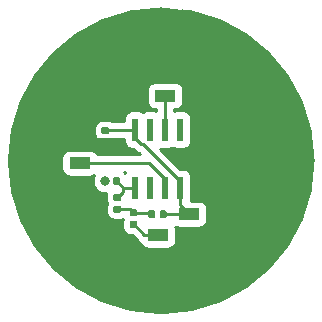
<source format=gtl>
G04 #@! TF.GenerationSoftware,KiCad,Pcbnew,(5.1.2)-2*
G04 #@! TF.CreationDate,2019-08-09T04:16:50-07:00*
G04 #@! TF.ProjectId,noncontact_electrode,6e6f6e63-6f6e-4746-9163-745f656c6563,rev?*
G04 #@! TF.SameCoordinates,Original*
G04 #@! TF.FileFunction,Copper,L1,Top*
G04 #@! TF.FilePolarity,Positive*
%FSLAX46Y46*%
G04 Gerber Fmt 4.6, Leading zero omitted, Abs format (unit mm)*
G04 Created by KiCad (PCBNEW (5.1.2)-2) date 2019-08-09 04:16:50*
%MOMM*%
%LPD*%
G04 APERTURE LIST*
%ADD10C,0.100000*%
%ADD11C,4.000000*%
%ADD12C,0.590000*%
%ADD13R,0.558800X1.981200*%
%ADD14R,1.800000X1.000000*%
%ADD15C,0.800000*%
%ADD16C,0.250000*%
%ADD17C,0.254000*%
G04 APERTURE END LIST*
D10*
G36*
X96393000Y-99060000D02*
G01*
X95631000Y-99314000D01*
X94488000Y-99314000D01*
X94107000Y-98552000D01*
X94361000Y-98044000D01*
X96266000Y-98044000D01*
X96393000Y-99060000D01*
G37*
X96393000Y-99060000D02*
X95631000Y-99314000D01*
X94488000Y-99314000D01*
X94107000Y-98552000D01*
X94361000Y-98044000D01*
X96266000Y-98044000D01*
X96393000Y-99060000D01*
D11*
X111000000Y-100000000D02*
G75*
G03X111000000Y-100000000I-11000000J0D01*
G01*
D10*
G36*
X100318958Y-104201710D02*
G01*
X100333276Y-104203834D01*
X100347317Y-104207351D01*
X100360946Y-104212228D01*
X100374031Y-104218417D01*
X100386447Y-104225858D01*
X100398073Y-104234481D01*
X100408798Y-104244202D01*
X100418519Y-104254927D01*
X100427142Y-104266553D01*
X100434583Y-104278969D01*
X100440772Y-104292054D01*
X100445649Y-104305683D01*
X100449166Y-104319724D01*
X100451290Y-104334042D01*
X100452000Y-104348500D01*
X100452000Y-104693500D01*
X100451290Y-104707958D01*
X100449166Y-104722276D01*
X100445649Y-104736317D01*
X100440772Y-104749946D01*
X100434583Y-104763031D01*
X100427142Y-104775447D01*
X100418519Y-104787073D01*
X100408798Y-104797798D01*
X100398073Y-104807519D01*
X100386447Y-104816142D01*
X100374031Y-104823583D01*
X100360946Y-104829772D01*
X100347317Y-104834649D01*
X100333276Y-104838166D01*
X100318958Y-104840290D01*
X100304500Y-104841000D01*
X100009500Y-104841000D01*
X99995042Y-104840290D01*
X99980724Y-104838166D01*
X99966683Y-104834649D01*
X99953054Y-104829772D01*
X99939969Y-104823583D01*
X99927553Y-104816142D01*
X99915927Y-104807519D01*
X99905202Y-104797798D01*
X99895481Y-104787073D01*
X99886858Y-104775447D01*
X99879417Y-104763031D01*
X99873228Y-104749946D01*
X99868351Y-104736317D01*
X99864834Y-104722276D01*
X99862710Y-104707958D01*
X99862000Y-104693500D01*
X99862000Y-104348500D01*
X99862710Y-104334042D01*
X99864834Y-104319724D01*
X99868351Y-104305683D01*
X99873228Y-104292054D01*
X99879417Y-104278969D01*
X99886858Y-104266553D01*
X99895481Y-104254927D01*
X99905202Y-104244202D01*
X99915927Y-104234481D01*
X99927553Y-104225858D01*
X99939969Y-104218417D01*
X99953054Y-104212228D01*
X99966683Y-104207351D01*
X99980724Y-104203834D01*
X99995042Y-104201710D01*
X100009500Y-104201000D01*
X100304500Y-104201000D01*
X100318958Y-104201710D01*
X100318958Y-104201710D01*
G37*
D12*
X100157000Y-104521000D03*
D10*
G36*
X99348958Y-104201710D02*
G01*
X99363276Y-104203834D01*
X99377317Y-104207351D01*
X99390946Y-104212228D01*
X99404031Y-104218417D01*
X99416447Y-104225858D01*
X99428073Y-104234481D01*
X99438798Y-104244202D01*
X99448519Y-104254927D01*
X99457142Y-104266553D01*
X99464583Y-104278969D01*
X99470772Y-104292054D01*
X99475649Y-104305683D01*
X99479166Y-104319724D01*
X99481290Y-104334042D01*
X99482000Y-104348500D01*
X99482000Y-104693500D01*
X99481290Y-104707958D01*
X99479166Y-104722276D01*
X99475649Y-104736317D01*
X99470772Y-104749946D01*
X99464583Y-104763031D01*
X99457142Y-104775447D01*
X99448519Y-104787073D01*
X99438798Y-104797798D01*
X99428073Y-104807519D01*
X99416447Y-104816142D01*
X99404031Y-104823583D01*
X99390946Y-104829772D01*
X99377317Y-104834649D01*
X99363276Y-104838166D01*
X99348958Y-104840290D01*
X99334500Y-104841000D01*
X99039500Y-104841000D01*
X99025042Y-104840290D01*
X99010724Y-104838166D01*
X98996683Y-104834649D01*
X98983054Y-104829772D01*
X98969969Y-104823583D01*
X98957553Y-104816142D01*
X98945927Y-104807519D01*
X98935202Y-104797798D01*
X98925481Y-104787073D01*
X98916858Y-104775447D01*
X98909417Y-104763031D01*
X98903228Y-104749946D01*
X98898351Y-104736317D01*
X98894834Y-104722276D01*
X98892710Y-104707958D01*
X98892000Y-104693500D01*
X98892000Y-104348500D01*
X98892710Y-104334042D01*
X98894834Y-104319724D01*
X98898351Y-104305683D01*
X98903228Y-104292054D01*
X98909417Y-104278969D01*
X98916858Y-104266553D01*
X98925481Y-104254927D01*
X98935202Y-104244202D01*
X98945927Y-104234481D01*
X98957553Y-104225858D01*
X98969969Y-104218417D01*
X98983054Y-104212228D01*
X98996683Y-104207351D01*
X99010724Y-104203834D01*
X99025042Y-104201710D01*
X99039500Y-104201000D01*
X99334500Y-104201000D01*
X99348958Y-104201710D01*
X99348958Y-104201710D01*
G37*
D12*
X99187000Y-104521000D03*
D13*
X97790000Y-97358200D03*
X99060000Y-97358200D03*
X100330000Y-97358200D03*
X101600000Y-97358200D03*
X101600000Y-102285800D03*
X100330000Y-102285800D03*
X99060000Y-102285800D03*
X97790000Y-102285800D03*
D14*
X93091000Y-100203000D03*
X100330000Y-94488000D03*
D10*
G36*
X97849958Y-105092710D02*
G01*
X97864276Y-105094834D01*
X97878317Y-105098351D01*
X97891946Y-105103228D01*
X97905031Y-105109417D01*
X97917447Y-105116858D01*
X97929073Y-105125481D01*
X97939798Y-105135202D01*
X97949519Y-105145927D01*
X97958142Y-105157553D01*
X97965583Y-105169969D01*
X97971772Y-105183054D01*
X97976649Y-105196683D01*
X97980166Y-105210724D01*
X97982290Y-105225042D01*
X97983000Y-105239500D01*
X97983000Y-105534500D01*
X97982290Y-105548958D01*
X97980166Y-105563276D01*
X97976649Y-105577317D01*
X97971772Y-105590946D01*
X97965583Y-105604031D01*
X97958142Y-105616447D01*
X97949519Y-105628073D01*
X97939798Y-105638798D01*
X97929073Y-105648519D01*
X97917447Y-105657142D01*
X97905031Y-105664583D01*
X97891946Y-105670772D01*
X97878317Y-105675649D01*
X97864276Y-105679166D01*
X97849958Y-105681290D01*
X97835500Y-105682000D01*
X97490500Y-105682000D01*
X97476042Y-105681290D01*
X97461724Y-105679166D01*
X97447683Y-105675649D01*
X97434054Y-105670772D01*
X97420969Y-105664583D01*
X97408553Y-105657142D01*
X97396927Y-105648519D01*
X97386202Y-105638798D01*
X97376481Y-105628073D01*
X97367858Y-105616447D01*
X97360417Y-105604031D01*
X97354228Y-105590946D01*
X97349351Y-105577317D01*
X97345834Y-105563276D01*
X97343710Y-105548958D01*
X97343000Y-105534500D01*
X97343000Y-105239500D01*
X97343710Y-105225042D01*
X97345834Y-105210724D01*
X97349351Y-105196683D01*
X97354228Y-105183054D01*
X97360417Y-105169969D01*
X97367858Y-105157553D01*
X97376481Y-105145927D01*
X97386202Y-105135202D01*
X97396927Y-105125481D01*
X97408553Y-105116858D01*
X97420969Y-105109417D01*
X97434054Y-105103228D01*
X97447683Y-105098351D01*
X97461724Y-105094834D01*
X97476042Y-105092710D01*
X97490500Y-105092000D01*
X97835500Y-105092000D01*
X97849958Y-105092710D01*
X97849958Y-105092710D01*
G37*
D12*
X97663000Y-105387000D03*
D10*
G36*
X97849958Y-104122710D02*
G01*
X97864276Y-104124834D01*
X97878317Y-104128351D01*
X97891946Y-104133228D01*
X97905031Y-104139417D01*
X97917447Y-104146858D01*
X97929073Y-104155481D01*
X97939798Y-104165202D01*
X97949519Y-104175927D01*
X97958142Y-104187553D01*
X97965583Y-104199969D01*
X97971772Y-104213054D01*
X97976649Y-104226683D01*
X97980166Y-104240724D01*
X97982290Y-104255042D01*
X97983000Y-104269500D01*
X97983000Y-104564500D01*
X97982290Y-104578958D01*
X97980166Y-104593276D01*
X97976649Y-104607317D01*
X97971772Y-104620946D01*
X97965583Y-104634031D01*
X97958142Y-104646447D01*
X97949519Y-104658073D01*
X97939798Y-104668798D01*
X97929073Y-104678519D01*
X97917447Y-104687142D01*
X97905031Y-104694583D01*
X97891946Y-104700772D01*
X97878317Y-104705649D01*
X97864276Y-104709166D01*
X97849958Y-104711290D01*
X97835500Y-104712000D01*
X97490500Y-104712000D01*
X97476042Y-104711290D01*
X97461724Y-104709166D01*
X97447683Y-104705649D01*
X97434054Y-104700772D01*
X97420969Y-104694583D01*
X97408553Y-104687142D01*
X97396927Y-104678519D01*
X97386202Y-104668798D01*
X97376481Y-104658073D01*
X97367858Y-104646447D01*
X97360417Y-104634031D01*
X97354228Y-104620946D01*
X97349351Y-104607317D01*
X97345834Y-104593276D01*
X97343710Y-104578958D01*
X97343000Y-104564500D01*
X97343000Y-104269500D01*
X97343710Y-104255042D01*
X97345834Y-104240724D01*
X97349351Y-104226683D01*
X97354228Y-104213054D01*
X97360417Y-104199969D01*
X97367858Y-104187553D01*
X97376481Y-104175927D01*
X97386202Y-104165202D01*
X97396927Y-104155481D01*
X97408553Y-104146858D01*
X97420969Y-104139417D01*
X97434054Y-104133228D01*
X97447683Y-104128351D01*
X97461724Y-104124834D01*
X97476042Y-104122710D01*
X97490500Y-104122000D01*
X97835500Y-104122000D01*
X97849958Y-104122710D01*
X97849958Y-104122710D01*
G37*
D12*
X97663000Y-104417000D03*
D10*
G36*
X96452958Y-103799710D02*
G01*
X96467276Y-103801834D01*
X96481317Y-103805351D01*
X96494946Y-103810228D01*
X96508031Y-103816417D01*
X96520447Y-103823858D01*
X96532073Y-103832481D01*
X96542798Y-103842202D01*
X96552519Y-103852927D01*
X96561142Y-103864553D01*
X96568583Y-103876969D01*
X96574772Y-103890054D01*
X96579649Y-103903683D01*
X96583166Y-103917724D01*
X96585290Y-103932042D01*
X96586000Y-103946500D01*
X96586000Y-104241500D01*
X96585290Y-104255958D01*
X96583166Y-104270276D01*
X96579649Y-104284317D01*
X96574772Y-104297946D01*
X96568583Y-104311031D01*
X96561142Y-104323447D01*
X96552519Y-104335073D01*
X96542798Y-104345798D01*
X96532073Y-104355519D01*
X96520447Y-104364142D01*
X96508031Y-104371583D01*
X96494946Y-104377772D01*
X96481317Y-104382649D01*
X96467276Y-104386166D01*
X96452958Y-104388290D01*
X96438500Y-104389000D01*
X96093500Y-104389000D01*
X96079042Y-104388290D01*
X96064724Y-104386166D01*
X96050683Y-104382649D01*
X96037054Y-104377772D01*
X96023969Y-104371583D01*
X96011553Y-104364142D01*
X95999927Y-104355519D01*
X95989202Y-104345798D01*
X95979481Y-104335073D01*
X95970858Y-104323447D01*
X95963417Y-104311031D01*
X95957228Y-104297946D01*
X95952351Y-104284317D01*
X95948834Y-104270276D01*
X95946710Y-104255958D01*
X95946000Y-104241500D01*
X95946000Y-103946500D01*
X95946710Y-103932042D01*
X95948834Y-103917724D01*
X95952351Y-103903683D01*
X95957228Y-103890054D01*
X95963417Y-103876969D01*
X95970858Y-103864553D01*
X95979481Y-103852927D01*
X95989202Y-103842202D01*
X95999927Y-103832481D01*
X96011553Y-103823858D01*
X96023969Y-103816417D01*
X96037054Y-103810228D01*
X96050683Y-103805351D01*
X96064724Y-103801834D01*
X96079042Y-103799710D01*
X96093500Y-103799000D01*
X96438500Y-103799000D01*
X96452958Y-103799710D01*
X96452958Y-103799710D01*
G37*
D12*
X96266000Y-104094000D03*
D10*
G36*
X96452958Y-102829710D02*
G01*
X96467276Y-102831834D01*
X96481317Y-102835351D01*
X96494946Y-102840228D01*
X96508031Y-102846417D01*
X96520447Y-102853858D01*
X96532073Y-102862481D01*
X96542798Y-102872202D01*
X96552519Y-102882927D01*
X96561142Y-102894553D01*
X96568583Y-102906969D01*
X96574772Y-102920054D01*
X96579649Y-102933683D01*
X96583166Y-102947724D01*
X96585290Y-102962042D01*
X96586000Y-102976500D01*
X96586000Y-103271500D01*
X96585290Y-103285958D01*
X96583166Y-103300276D01*
X96579649Y-103314317D01*
X96574772Y-103327946D01*
X96568583Y-103341031D01*
X96561142Y-103353447D01*
X96552519Y-103365073D01*
X96542798Y-103375798D01*
X96532073Y-103385519D01*
X96520447Y-103394142D01*
X96508031Y-103401583D01*
X96494946Y-103407772D01*
X96481317Y-103412649D01*
X96467276Y-103416166D01*
X96452958Y-103418290D01*
X96438500Y-103419000D01*
X96093500Y-103419000D01*
X96079042Y-103418290D01*
X96064724Y-103416166D01*
X96050683Y-103412649D01*
X96037054Y-103407772D01*
X96023969Y-103401583D01*
X96011553Y-103394142D01*
X95999927Y-103385519D01*
X95989202Y-103375798D01*
X95979481Y-103365073D01*
X95970858Y-103353447D01*
X95963417Y-103341031D01*
X95957228Y-103327946D01*
X95952351Y-103314317D01*
X95948834Y-103300276D01*
X95946710Y-103285958D01*
X95946000Y-103271500D01*
X95946000Y-102976500D01*
X95946710Y-102962042D01*
X95948834Y-102947724D01*
X95952351Y-102933683D01*
X95957228Y-102920054D01*
X95963417Y-102906969D01*
X95970858Y-102894553D01*
X95979481Y-102882927D01*
X95989202Y-102872202D01*
X95999927Y-102862481D01*
X96011553Y-102853858D01*
X96023969Y-102846417D01*
X96037054Y-102840228D01*
X96050683Y-102835351D01*
X96064724Y-102831834D01*
X96079042Y-102829710D01*
X96093500Y-102829000D01*
X96438500Y-102829000D01*
X96452958Y-102829710D01*
X96452958Y-102829710D01*
G37*
D12*
X96266000Y-103124000D03*
D10*
G36*
X95436958Y-98130710D02*
G01*
X95451276Y-98132834D01*
X95465317Y-98136351D01*
X95478946Y-98141228D01*
X95492031Y-98147417D01*
X95504447Y-98154858D01*
X95516073Y-98163481D01*
X95526798Y-98173202D01*
X95536519Y-98183927D01*
X95545142Y-98195553D01*
X95552583Y-98207969D01*
X95558772Y-98221054D01*
X95563649Y-98234683D01*
X95567166Y-98248724D01*
X95569290Y-98263042D01*
X95570000Y-98277500D01*
X95570000Y-98572500D01*
X95569290Y-98586958D01*
X95567166Y-98601276D01*
X95563649Y-98615317D01*
X95558772Y-98628946D01*
X95552583Y-98642031D01*
X95545142Y-98654447D01*
X95536519Y-98666073D01*
X95526798Y-98676798D01*
X95516073Y-98686519D01*
X95504447Y-98695142D01*
X95492031Y-98702583D01*
X95478946Y-98708772D01*
X95465317Y-98713649D01*
X95451276Y-98717166D01*
X95436958Y-98719290D01*
X95422500Y-98720000D01*
X95077500Y-98720000D01*
X95063042Y-98719290D01*
X95048724Y-98717166D01*
X95034683Y-98713649D01*
X95021054Y-98708772D01*
X95007969Y-98702583D01*
X94995553Y-98695142D01*
X94983927Y-98686519D01*
X94973202Y-98676798D01*
X94963481Y-98666073D01*
X94954858Y-98654447D01*
X94947417Y-98642031D01*
X94941228Y-98628946D01*
X94936351Y-98615317D01*
X94932834Y-98601276D01*
X94930710Y-98586958D01*
X94930000Y-98572500D01*
X94930000Y-98277500D01*
X94930710Y-98263042D01*
X94932834Y-98248724D01*
X94936351Y-98234683D01*
X94941228Y-98221054D01*
X94947417Y-98207969D01*
X94954858Y-98195553D01*
X94963481Y-98183927D01*
X94973202Y-98173202D01*
X94983927Y-98163481D01*
X94995553Y-98154858D01*
X95007969Y-98147417D01*
X95021054Y-98141228D01*
X95034683Y-98136351D01*
X95048724Y-98132834D01*
X95063042Y-98130710D01*
X95077500Y-98130000D01*
X95422500Y-98130000D01*
X95436958Y-98130710D01*
X95436958Y-98130710D01*
G37*
D12*
X95250000Y-98425000D03*
D10*
G36*
X95436958Y-97160710D02*
G01*
X95451276Y-97162834D01*
X95465317Y-97166351D01*
X95478946Y-97171228D01*
X95492031Y-97177417D01*
X95504447Y-97184858D01*
X95516073Y-97193481D01*
X95526798Y-97203202D01*
X95536519Y-97213927D01*
X95545142Y-97225553D01*
X95552583Y-97237969D01*
X95558772Y-97251054D01*
X95563649Y-97264683D01*
X95567166Y-97278724D01*
X95569290Y-97293042D01*
X95570000Y-97307500D01*
X95570000Y-97602500D01*
X95569290Y-97616958D01*
X95567166Y-97631276D01*
X95563649Y-97645317D01*
X95558772Y-97658946D01*
X95552583Y-97672031D01*
X95545142Y-97684447D01*
X95536519Y-97696073D01*
X95526798Y-97706798D01*
X95516073Y-97716519D01*
X95504447Y-97725142D01*
X95492031Y-97732583D01*
X95478946Y-97738772D01*
X95465317Y-97743649D01*
X95451276Y-97747166D01*
X95436958Y-97749290D01*
X95422500Y-97750000D01*
X95077500Y-97750000D01*
X95063042Y-97749290D01*
X95048724Y-97747166D01*
X95034683Y-97743649D01*
X95021054Y-97738772D01*
X95007969Y-97732583D01*
X94995553Y-97725142D01*
X94983927Y-97716519D01*
X94973202Y-97706798D01*
X94963481Y-97696073D01*
X94954858Y-97684447D01*
X94947417Y-97672031D01*
X94941228Y-97658946D01*
X94936351Y-97645317D01*
X94932834Y-97631276D01*
X94930710Y-97616958D01*
X94930000Y-97602500D01*
X94930000Y-97307500D01*
X94930710Y-97293042D01*
X94932834Y-97278724D01*
X94936351Y-97264683D01*
X94941228Y-97251054D01*
X94947417Y-97237969D01*
X94954858Y-97225553D01*
X94963481Y-97213927D01*
X94973202Y-97203202D01*
X94983927Y-97193481D01*
X94995553Y-97184858D01*
X95007969Y-97177417D01*
X95021054Y-97171228D01*
X95034683Y-97166351D01*
X95048724Y-97162834D01*
X95063042Y-97160710D01*
X95077500Y-97160000D01*
X95422500Y-97160000D01*
X95436958Y-97160710D01*
X95436958Y-97160710D01*
G37*
D12*
X95250000Y-97455000D03*
D14*
X102362000Y-104521000D03*
X99695000Y-106299000D03*
D10*
G36*
X95411958Y-101407710D02*
G01*
X95426276Y-101409834D01*
X95440317Y-101413351D01*
X95453946Y-101418228D01*
X95467031Y-101424417D01*
X95479447Y-101431858D01*
X95491073Y-101440481D01*
X95501798Y-101450202D01*
X95511519Y-101460927D01*
X95520142Y-101472553D01*
X95527583Y-101484969D01*
X95533772Y-101498054D01*
X95538649Y-101511683D01*
X95542166Y-101525724D01*
X95544290Y-101540042D01*
X95545000Y-101554500D01*
X95545000Y-101899500D01*
X95544290Y-101913958D01*
X95542166Y-101928276D01*
X95538649Y-101942317D01*
X95533772Y-101955946D01*
X95527583Y-101969031D01*
X95520142Y-101981447D01*
X95511519Y-101993073D01*
X95501798Y-102003798D01*
X95491073Y-102013519D01*
X95479447Y-102022142D01*
X95467031Y-102029583D01*
X95453946Y-102035772D01*
X95440317Y-102040649D01*
X95426276Y-102044166D01*
X95411958Y-102046290D01*
X95397500Y-102047000D01*
X95102500Y-102047000D01*
X95088042Y-102046290D01*
X95073724Y-102044166D01*
X95059683Y-102040649D01*
X95046054Y-102035772D01*
X95032969Y-102029583D01*
X95020553Y-102022142D01*
X95008927Y-102013519D01*
X94998202Y-102003798D01*
X94988481Y-101993073D01*
X94979858Y-101981447D01*
X94972417Y-101969031D01*
X94966228Y-101955946D01*
X94961351Y-101942317D01*
X94957834Y-101928276D01*
X94955710Y-101913958D01*
X94955000Y-101899500D01*
X94955000Y-101554500D01*
X94955710Y-101540042D01*
X94957834Y-101525724D01*
X94961351Y-101511683D01*
X94966228Y-101498054D01*
X94972417Y-101484969D01*
X94979858Y-101472553D01*
X94988481Y-101460927D01*
X94998202Y-101450202D01*
X95008927Y-101440481D01*
X95020553Y-101431858D01*
X95032969Y-101424417D01*
X95046054Y-101418228D01*
X95059683Y-101413351D01*
X95073724Y-101409834D01*
X95088042Y-101407710D01*
X95102500Y-101407000D01*
X95397500Y-101407000D01*
X95411958Y-101407710D01*
X95411958Y-101407710D01*
G37*
D12*
X95250000Y-101727000D03*
D10*
G36*
X96381958Y-101407710D02*
G01*
X96396276Y-101409834D01*
X96410317Y-101413351D01*
X96423946Y-101418228D01*
X96437031Y-101424417D01*
X96449447Y-101431858D01*
X96461073Y-101440481D01*
X96471798Y-101450202D01*
X96481519Y-101460927D01*
X96490142Y-101472553D01*
X96497583Y-101484969D01*
X96503772Y-101498054D01*
X96508649Y-101511683D01*
X96512166Y-101525724D01*
X96514290Y-101540042D01*
X96515000Y-101554500D01*
X96515000Y-101899500D01*
X96514290Y-101913958D01*
X96512166Y-101928276D01*
X96508649Y-101942317D01*
X96503772Y-101955946D01*
X96497583Y-101969031D01*
X96490142Y-101981447D01*
X96481519Y-101993073D01*
X96471798Y-102003798D01*
X96461073Y-102013519D01*
X96449447Y-102022142D01*
X96437031Y-102029583D01*
X96423946Y-102035772D01*
X96410317Y-102040649D01*
X96396276Y-102044166D01*
X96381958Y-102046290D01*
X96367500Y-102047000D01*
X96072500Y-102047000D01*
X96058042Y-102046290D01*
X96043724Y-102044166D01*
X96029683Y-102040649D01*
X96016054Y-102035772D01*
X96002969Y-102029583D01*
X95990553Y-102022142D01*
X95978927Y-102013519D01*
X95968202Y-102003798D01*
X95958481Y-101993073D01*
X95949858Y-101981447D01*
X95942417Y-101969031D01*
X95936228Y-101955946D01*
X95931351Y-101942317D01*
X95927834Y-101928276D01*
X95925710Y-101913958D01*
X95925000Y-101899500D01*
X95925000Y-101554500D01*
X95925710Y-101540042D01*
X95927834Y-101525724D01*
X95931351Y-101511683D01*
X95936228Y-101498054D01*
X95942417Y-101484969D01*
X95949858Y-101472553D01*
X95958481Y-101460927D01*
X95968202Y-101450202D01*
X95978927Y-101440481D01*
X95990553Y-101431858D01*
X96002969Y-101424417D01*
X96016054Y-101418228D01*
X96029683Y-101413351D01*
X96043724Y-101409834D01*
X96058042Y-101407710D01*
X96072500Y-101407000D01*
X96367500Y-101407000D01*
X96381958Y-101407710D01*
X96381958Y-101407710D01*
G37*
D12*
X96220000Y-101727000D03*
D15*
X88011000Y-99822000D03*
X88083228Y-101326024D03*
X88343390Y-102809135D03*
X88787384Y-104247945D03*
X89408207Y-105619762D03*
X90196069Y-106902952D03*
X91138546Y-108077279D03*
X92220772Y-109124222D03*
X93425682Y-110027270D03*
X94734273Y-110772183D03*
X96125907Y-111347212D03*
X97578638Y-111743288D03*
X99069556Y-111954166D03*
X100575147Y-111976519D03*
X102071667Y-111809996D03*
X103535517Y-111457222D03*
X104943609Y-110923760D03*
X106273737Y-110218025D03*
X107504925Y-109351145D03*
X108617755Y-108336792D03*
X109594679Y-107190962D03*
X110420289Y-105931727D03*
X111081564Y-104578945D03*
X111568077Y-103153951D03*
X111872154Y-101679217D03*
X111989000Y-100178000D03*
X111916772Y-98673976D03*
X111656610Y-97190865D03*
X111212616Y-95752055D03*
X110591793Y-94380238D03*
X109803931Y-93097048D03*
X108861454Y-91922721D03*
X107779228Y-90875778D03*
X106574318Y-89972730D03*
X105265727Y-89227817D03*
X103874093Y-88652788D03*
X102421362Y-88256712D03*
X100930444Y-88045834D03*
X99424853Y-88023481D03*
X97928333Y-88190004D03*
X96464483Y-88542778D03*
X95056391Y-89076240D03*
X93726263Y-89781975D03*
X92495075Y-90648855D03*
X91382245Y-91663208D03*
X90405321Y-92809038D03*
X89579711Y-94068273D03*
X88918436Y-95421055D03*
X88431923Y-96846049D03*
X88127846Y-98320783D03*
X95250000Y-101727000D03*
D16*
X96778800Y-102285800D02*
X96220000Y-101727000D01*
X97790000Y-102285800D02*
X96778800Y-102285800D01*
X96778800Y-102611200D02*
X96266000Y-103124000D01*
X96778800Y-102285800D02*
X96778800Y-102611200D01*
X100330000Y-96117600D02*
X100330000Y-94488000D01*
X100330000Y-97358200D02*
X100330000Y-96117600D01*
X100330000Y-101574600D02*
X100330000Y-102285800D01*
X98958400Y-100203000D02*
X100330000Y-101574600D01*
X93091000Y-100203000D02*
X98958400Y-100203000D01*
X100157000Y-104521000D02*
X102362000Y-104521000D01*
X101600000Y-103759000D02*
X102362000Y-104521000D01*
X101600000Y-102285800D02*
X101600000Y-103759000D01*
X95346800Y-97358200D02*
X95250000Y-97455000D01*
X97790000Y-97358200D02*
X95346800Y-97358200D01*
X97790000Y-98069400D02*
X97790000Y-97358200D01*
X98319400Y-98598800D02*
X97790000Y-98069400D01*
X98445598Y-98598800D02*
X98319400Y-98598800D01*
X101600000Y-101753202D02*
X98445598Y-98598800D01*
X101600000Y-102285800D02*
X101600000Y-101753202D01*
X97340000Y-104094000D02*
X97663000Y-104417000D01*
X96266000Y-104094000D02*
X97340000Y-104094000D01*
X99083000Y-104417000D02*
X99187000Y-104521000D01*
X97663000Y-104417000D02*
X99083000Y-104417000D01*
X97663000Y-105387000D02*
X98575000Y-106299000D01*
X98575000Y-106299000D02*
X99695000Y-106299000D01*
D17*
G36*
X100270670Y-88849771D02*
G01*
X100440188Y-88963039D01*
X100628546Y-89041060D01*
X100828505Y-89080834D01*
X101032383Y-89080834D01*
X101232342Y-89041060D01*
X101420700Y-88963039D01*
X101578209Y-88857795D01*
X101617425Y-88916486D01*
X101761588Y-89060649D01*
X101931106Y-89173917D01*
X102119464Y-89251938D01*
X102319423Y-89291712D01*
X102523301Y-89291712D01*
X102723260Y-89251938D01*
X102911618Y-89173917D01*
X102957177Y-89143476D01*
X103070156Y-89312562D01*
X103214319Y-89456725D01*
X103383837Y-89569993D01*
X103572195Y-89648014D01*
X103772154Y-89687788D01*
X103976032Y-89687788D01*
X104175991Y-89648014D01*
X104298485Y-89597275D01*
X104348522Y-89718073D01*
X104461790Y-89887591D01*
X104605953Y-90031754D01*
X104775471Y-90145022D01*
X104963829Y-90223043D01*
X105163788Y-90262817D01*
X105367666Y-90262817D01*
X105567625Y-90223043D01*
X105568739Y-90222581D01*
X105579092Y-90274628D01*
X105657113Y-90462986D01*
X105770381Y-90632504D01*
X105914544Y-90776667D01*
X106084062Y-90889935D01*
X106272420Y-90967956D01*
X106472379Y-91007730D01*
X106676257Y-91007730D01*
X106747384Y-90993582D01*
X106784002Y-91177676D01*
X106862023Y-91366034D01*
X106975291Y-91535552D01*
X107119454Y-91679715D01*
X107288972Y-91792983D01*
X107477330Y-91871004D01*
X107677289Y-91910778D01*
X107826454Y-91910778D01*
X107826454Y-92024660D01*
X107866228Y-92224619D01*
X107944249Y-92412977D01*
X108057517Y-92582495D01*
X108201680Y-92726658D01*
X108371198Y-92839926D01*
X108559556Y-92917947D01*
X108759515Y-92957721D01*
X108776368Y-92957721D01*
X108768931Y-92995109D01*
X108768931Y-93198987D01*
X108808705Y-93398946D01*
X108886726Y-93587304D01*
X108999994Y-93756822D01*
X109144157Y-93900985D01*
X109313675Y-94014253D01*
X109502033Y-94092274D01*
X109590303Y-94109832D01*
X109556793Y-94278299D01*
X109556793Y-94482177D01*
X109596567Y-94682136D01*
X109674588Y-94870494D01*
X109787856Y-95040012D01*
X109932019Y-95184175D01*
X110101537Y-95297443D01*
X110254416Y-95360768D01*
X110217390Y-95450157D01*
X110177616Y-95650116D01*
X110177616Y-95853994D01*
X110217390Y-96053953D01*
X110295411Y-96242311D01*
X110408679Y-96411829D01*
X110552842Y-96555992D01*
X110722360Y-96669260D01*
X110752116Y-96681585D01*
X110739405Y-96700609D01*
X110661384Y-96888967D01*
X110621610Y-97088926D01*
X110621610Y-97292804D01*
X110661384Y-97492763D01*
X110739405Y-97681121D01*
X110852673Y-97850639D01*
X110996836Y-97994802D01*
X111085993Y-98054374D01*
X110999567Y-98183720D01*
X110921546Y-98372078D01*
X110881772Y-98572037D01*
X110881772Y-98775915D01*
X110921546Y-98975874D01*
X110999567Y-99164232D01*
X111112835Y-99333750D01*
X111241187Y-99462102D01*
X111185063Y-99518226D01*
X111071795Y-99687744D01*
X110993774Y-99876102D01*
X110954000Y-100076061D01*
X110954000Y-100279939D01*
X110993774Y-100479898D01*
X111071795Y-100668256D01*
X111185063Y-100837774D01*
X111218488Y-100871199D01*
X111212380Y-100875280D01*
X111068217Y-101019443D01*
X110954949Y-101188961D01*
X110876928Y-101377319D01*
X110837154Y-101577278D01*
X110837154Y-101781156D01*
X110876928Y-101981115D01*
X110954949Y-102169473D01*
X111023950Y-102272741D01*
X110908303Y-102350014D01*
X110764140Y-102494177D01*
X110650872Y-102663695D01*
X110572851Y-102852053D01*
X110533077Y-103052012D01*
X110533077Y-103255890D01*
X110572851Y-103455849D01*
X110648348Y-103638113D01*
X110591308Y-103661740D01*
X110421790Y-103775008D01*
X110277627Y-103919171D01*
X110164359Y-104088689D01*
X110086338Y-104277047D01*
X110046564Y-104477006D01*
X110046564Y-104680884D01*
X110086338Y-104880843D01*
X110110710Y-104939682D01*
X109930033Y-105014522D01*
X109760515Y-105127790D01*
X109616352Y-105271953D01*
X109503084Y-105441471D01*
X109425063Y-105629829D01*
X109385289Y-105829788D01*
X109385289Y-106033666D01*
X109412779Y-106171867D01*
X109292781Y-106195736D01*
X109104423Y-106273757D01*
X108934905Y-106387025D01*
X108790742Y-106531188D01*
X108677474Y-106700706D01*
X108599453Y-106889064D01*
X108559679Y-107089023D01*
X108559679Y-107265818D01*
X108525650Y-107301792D01*
X108515816Y-107301792D01*
X108315857Y-107341566D01*
X108127499Y-107419587D01*
X107957981Y-107532855D01*
X107813818Y-107677018D01*
X107700550Y-107846536D01*
X107622529Y-108034894D01*
X107582755Y-108234853D01*
X107582755Y-108298567D01*
X107566127Y-108316145D01*
X107402986Y-108316145D01*
X107203027Y-108355919D01*
X107014669Y-108433940D01*
X106845151Y-108547208D01*
X106700988Y-108691371D01*
X106587720Y-108860889D01*
X106509699Y-109049247D01*
X106479001Y-109203577D01*
X106375676Y-109183025D01*
X106171798Y-109183025D01*
X105971839Y-109222799D01*
X105783481Y-109300820D01*
X105613963Y-109414088D01*
X105469800Y-109558251D01*
X105356532Y-109727769D01*
X105278511Y-109916127D01*
X105273719Y-109940220D01*
X105245507Y-109928534D01*
X105045548Y-109888760D01*
X104841670Y-109888760D01*
X104641711Y-109928534D01*
X104453353Y-110006555D01*
X104283835Y-110119823D01*
X104139672Y-110263986D01*
X104026404Y-110433504D01*
X103988653Y-110524641D01*
X103837415Y-110461996D01*
X103637456Y-110422222D01*
X103433578Y-110422222D01*
X103233619Y-110461996D01*
X103045261Y-110540017D01*
X102875743Y-110653285D01*
X102731580Y-110797448D01*
X102635171Y-110941734D01*
X102561923Y-110892791D01*
X102373565Y-110814770D01*
X102173606Y-110774996D01*
X101969728Y-110774996D01*
X101769769Y-110814770D01*
X101581411Y-110892791D01*
X101411893Y-111006059D01*
X101267730Y-111150222D01*
X101245632Y-111183293D01*
X101234921Y-111172582D01*
X101065403Y-111059314D01*
X100877045Y-110981293D01*
X100677086Y-110941519D01*
X100473208Y-110941519D01*
X100273249Y-110981293D01*
X100084891Y-111059314D01*
X99915373Y-111172582D01*
X99833528Y-111254427D01*
X99729330Y-111150229D01*
X99559812Y-111036961D01*
X99371454Y-110958940D01*
X99171495Y-110919166D01*
X98967617Y-110919166D01*
X98767658Y-110958940D01*
X98579300Y-111036961D01*
X98421791Y-111142205D01*
X98382575Y-111083514D01*
X98238412Y-110939351D01*
X98068894Y-110826083D01*
X97880536Y-110748062D01*
X97680577Y-110708288D01*
X97476699Y-110708288D01*
X97276740Y-110748062D01*
X97088382Y-110826083D01*
X97042823Y-110856524D01*
X96929844Y-110687438D01*
X96785681Y-110543275D01*
X96616163Y-110430007D01*
X96427805Y-110351986D01*
X96227846Y-110312212D01*
X96023968Y-110312212D01*
X95824009Y-110351986D01*
X95701515Y-110402725D01*
X95651478Y-110281927D01*
X95538210Y-110112409D01*
X95394047Y-109968246D01*
X95224529Y-109854978D01*
X95036171Y-109776957D01*
X94836212Y-109737183D01*
X94632334Y-109737183D01*
X94432375Y-109776957D01*
X94431261Y-109777419D01*
X94420908Y-109725372D01*
X94342887Y-109537014D01*
X94229619Y-109367496D01*
X94085456Y-109223333D01*
X93915938Y-109110065D01*
X93727580Y-109032044D01*
X93527621Y-108992270D01*
X93323743Y-108992270D01*
X93252616Y-109006418D01*
X93215998Y-108822324D01*
X93137977Y-108633966D01*
X93024709Y-108464448D01*
X92880546Y-108320285D01*
X92711028Y-108207017D01*
X92522670Y-108128996D01*
X92322711Y-108089222D01*
X92173546Y-108089222D01*
X92173546Y-107975340D01*
X92133772Y-107775381D01*
X92055751Y-107587023D01*
X91942483Y-107417505D01*
X91798320Y-107273342D01*
X91628802Y-107160074D01*
X91440444Y-107082053D01*
X91240485Y-107042279D01*
X91223632Y-107042279D01*
X91231069Y-107004891D01*
X91231069Y-106801013D01*
X91191295Y-106601054D01*
X91113274Y-106412696D01*
X91000006Y-106243178D01*
X90855843Y-106099015D01*
X90686325Y-105985747D01*
X90497967Y-105907726D01*
X90409697Y-105890168D01*
X90443207Y-105721701D01*
X90443207Y-105517823D01*
X90403433Y-105317864D01*
X90325412Y-105129506D01*
X90212144Y-104959988D01*
X90067981Y-104815825D01*
X89898463Y-104702557D01*
X89745584Y-104639232D01*
X89782610Y-104549843D01*
X89822384Y-104349884D01*
X89822384Y-104146006D01*
X89782610Y-103946047D01*
X89704589Y-103757689D01*
X89591321Y-103588171D01*
X89447158Y-103444008D01*
X89277640Y-103330740D01*
X89247884Y-103318415D01*
X89260595Y-103299391D01*
X89338616Y-103111033D01*
X89378390Y-102911074D01*
X89378390Y-102707196D01*
X89338616Y-102507237D01*
X89260595Y-102318879D01*
X89147327Y-102149361D01*
X89003164Y-102005198D01*
X88914007Y-101945626D01*
X89000433Y-101816280D01*
X89078454Y-101627922D01*
X89118228Y-101427963D01*
X89118228Y-101224085D01*
X89078454Y-101024126D01*
X89000433Y-100835768D01*
X88887165Y-100666250D01*
X88758813Y-100537898D01*
X88814937Y-100481774D01*
X88928205Y-100312256D01*
X89006226Y-100123898D01*
X89046000Y-99923939D01*
X89046000Y-99720061D01*
X89042607Y-99703000D01*
X91552928Y-99703000D01*
X91552928Y-100703000D01*
X91565188Y-100827482D01*
X91601498Y-100947180D01*
X91660463Y-101057494D01*
X91739815Y-101154185D01*
X91836506Y-101233537D01*
X91946820Y-101292502D01*
X92066518Y-101328812D01*
X92191000Y-101341072D01*
X93991000Y-101341072D01*
X94115482Y-101328812D01*
X94235180Y-101292502D01*
X94330890Y-101241343D01*
X94254774Y-101425102D01*
X94215000Y-101625061D01*
X94215000Y-101828939D01*
X94254774Y-102028898D01*
X94332795Y-102217256D01*
X94446063Y-102386774D01*
X94590226Y-102530937D01*
X94759744Y-102644205D01*
X94948102Y-102722226D01*
X95148061Y-102762000D01*
X95341601Y-102762000D01*
X95323023Y-102823243D01*
X95307928Y-102976500D01*
X95307928Y-103271500D01*
X95323023Y-103424757D01*
X95367726Y-103572125D01*
X95387436Y-103609000D01*
X95367726Y-103645875D01*
X95323023Y-103793243D01*
X95307928Y-103946500D01*
X95307928Y-104241500D01*
X95323023Y-104394757D01*
X95367726Y-104542125D01*
X95440321Y-104677940D01*
X95538017Y-104796983D01*
X95657060Y-104894679D01*
X95792875Y-104967274D01*
X95940243Y-105011977D01*
X96093500Y-105027072D01*
X96438500Y-105027072D01*
X96591757Y-105011977D01*
X96739125Y-104967274D01*
X96759399Y-104956438D01*
X96720023Y-105086243D01*
X96704928Y-105239500D01*
X96704928Y-105534500D01*
X96720023Y-105687757D01*
X96764726Y-105835125D01*
X96837321Y-105970940D01*
X96935017Y-106089983D01*
X97054060Y-106187679D01*
X97189875Y-106260274D01*
X97337243Y-106304977D01*
X97490500Y-106320072D01*
X97521271Y-106320072D01*
X98011201Y-106810003D01*
X98034999Y-106839001D01*
X98150724Y-106933974D01*
X98176560Y-106947784D01*
X98205498Y-107043180D01*
X98264463Y-107153494D01*
X98343815Y-107250185D01*
X98440506Y-107329537D01*
X98550820Y-107388502D01*
X98670518Y-107424812D01*
X98795000Y-107437072D01*
X100595000Y-107437072D01*
X100719482Y-107424812D01*
X100839180Y-107388502D01*
X100949494Y-107329537D01*
X101046185Y-107250185D01*
X101125537Y-107153494D01*
X101184502Y-107043180D01*
X101220812Y-106923482D01*
X101233072Y-106799000D01*
X101233072Y-105799000D01*
X101220812Y-105674518D01*
X101198214Y-105600022D01*
X101217820Y-105610502D01*
X101337518Y-105646812D01*
X101462000Y-105659072D01*
X103262000Y-105659072D01*
X103386482Y-105646812D01*
X103506180Y-105610502D01*
X103616494Y-105551537D01*
X103713185Y-105472185D01*
X103792537Y-105375494D01*
X103851502Y-105265180D01*
X103887812Y-105145482D01*
X103900072Y-105021000D01*
X103900072Y-104021000D01*
X103887812Y-103896518D01*
X103851502Y-103776820D01*
X103792537Y-103666506D01*
X103713185Y-103569815D01*
X103616494Y-103490463D01*
X103506180Y-103431498D01*
X103386482Y-103395188D01*
X103262000Y-103382928D01*
X102506980Y-103382928D01*
X102517472Y-103276400D01*
X102517472Y-101295200D01*
X102505212Y-101170718D01*
X102468902Y-101051020D01*
X102409937Y-100940706D01*
X102330585Y-100844015D01*
X102233894Y-100764663D01*
X102123580Y-100705698D01*
X102003882Y-100669388D01*
X101879400Y-100657128D01*
X101578728Y-100657128D01*
X99883189Y-98961590D01*
X99926118Y-98974612D01*
X100050600Y-98986872D01*
X100609400Y-98986872D01*
X100733882Y-98974612D01*
X100853580Y-98938302D01*
X100963894Y-98879337D01*
X100965000Y-98878429D01*
X100966106Y-98879337D01*
X101076420Y-98938302D01*
X101196118Y-98974612D01*
X101320600Y-98986872D01*
X101879400Y-98986872D01*
X102003882Y-98974612D01*
X102123580Y-98938302D01*
X102233894Y-98879337D01*
X102330585Y-98799985D01*
X102409937Y-98703294D01*
X102468902Y-98592980D01*
X102505212Y-98473282D01*
X102517472Y-98348800D01*
X102517472Y-96367600D01*
X102505212Y-96243118D01*
X102468902Y-96123420D01*
X102409937Y-96013106D01*
X102330585Y-95916415D01*
X102233894Y-95837063D01*
X102123580Y-95778098D01*
X102003882Y-95741788D01*
X101879400Y-95729528D01*
X101320600Y-95729528D01*
X101196118Y-95741788D01*
X101090000Y-95773979D01*
X101090000Y-95626072D01*
X101230000Y-95626072D01*
X101354482Y-95613812D01*
X101474180Y-95577502D01*
X101584494Y-95518537D01*
X101681185Y-95439185D01*
X101760537Y-95342494D01*
X101819502Y-95232180D01*
X101855812Y-95112482D01*
X101868072Y-94988000D01*
X101868072Y-93988000D01*
X101855812Y-93863518D01*
X101819502Y-93743820D01*
X101760537Y-93633506D01*
X101681185Y-93536815D01*
X101584494Y-93457463D01*
X101474180Y-93398498D01*
X101354482Y-93362188D01*
X101230000Y-93349928D01*
X99430000Y-93349928D01*
X99305518Y-93362188D01*
X99185820Y-93398498D01*
X99075506Y-93457463D01*
X98978815Y-93536815D01*
X98899463Y-93633506D01*
X98840498Y-93743820D01*
X98804188Y-93863518D01*
X98791928Y-93988000D01*
X98791928Y-94988000D01*
X98804188Y-95112482D01*
X98840498Y-95232180D01*
X98899463Y-95342494D01*
X98978815Y-95439185D01*
X99075506Y-95518537D01*
X99185820Y-95577502D01*
X99305518Y-95613812D01*
X99430000Y-95626072D01*
X99570000Y-95626072D01*
X99570000Y-95773979D01*
X99463882Y-95741788D01*
X99339400Y-95729528D01*
X98780600Y-95729528D01*
X98656118Y-95741788D01*
X98536420Y-95778098D01*
X98426106Y-95837063D01*
X98425000Y-95837971D01*
X98423894Y-95837063D01*
X98313580Y-95778098D01*
X98193882Y-95741788D01*
X98069400Y-95729528D01*
X97510600Y-95729528D01*
X97386118Y-95741788D01*
X97266420Y-95778098D01*
X97156106Y-95837063D01*
X97059415Y-95916415D01*
X96980063Y-96013106D01*
X96921098Y-96123420D01*
X96884788Y-96243118D01*
X96872528Y-96367600D01*
X96872528Y-96598200D01*
X95753946Y-96598200D01*
X95723125Y-96581726D01*
X95575757Y-96537023D01*
X95422500Y-96521928D01*
X95077500Y-96521928D01*
X94924243Y-96537023D01*
X94776875Y-96581726D01*
X94641060Y-96654321D01*
X94522017Y-96752017D01*
X94424321Y-96871060D01*
X94351726Y-97006875D01*
X94307023Y-97154243D01*
X94291928Y-97307500D01*
X94291928Y-97602500D01*
X94307023Y-97755757D01*
X94351726Y-97903125D01*
X94371436Y-97940000D01*
X94351726Y-97976875D01*
X94307023Y-98124243D01*
X94291928Y-98277500D01*
X94291928Y-98572500D01*
X94307023Y-98725757D01*
X94351726Y-98873125D01*
X94424321Y-99008940D01*
X94522017Y-99127983D01*
X94641060Y-99225679D01*
X94776875Y-99298274D01*
X94924243Y-99342977D01*
X95077500Y-99358072D01*
X95422500Y-99358072D01*
X95575757Y-99342977D01*
X95723125Y-99298274D01*
X95858940Y-99225679D01*
X95977983Y-99127983D01*
X96075679Y-99008940D01*
X96148274Y-98873125D01*
X96192977Y-98725757D01*
X96208072Y-98572500D01*
X96208072Y-98277500D01*
X96192977Y-98124243D01*
X96191144Y-98118200D01*
X96872528Y-98118200D01*
X96872528Y-98348800D01*
X96884788Y-98473282D01*
X96921098Y-98592980D01*
X96980063Y-98703294D01*
X97059415Y-98799985D01*
X97156106Y-98879337D01*
X97266420Y-98938302D01*
X97386118Y-98974612D01*
X97510600Y-98986872D01*
X97632670Y-98986872D01*
X97755600Y-99109802D01*
X97779399Y-99138801D01*
X97895124Y-99233774D01*
X98027153Y-99304346D01*
X98097761Y-99325764D01*
X98214997Y-99443000D01*
X94572046Y-99443000D01*
X94521537Y-99348506D01*
X94442185Y-99251815D01*
X94345494Y-99172463D01*
X94235180Y-99113498D01*
X94115482Y-99077188D01*
X93991000Y-99064928D01*
X92191000Y-99064928D01*
X92066518Y-99077188D01*
X91946820Y-99113498D01*
X91836506Y-99172463D01*
X91739815Y-99251815D01*
X91660463Y-99348506D01*
X91601498Y-99458820D01*
X91565188Y-99578518D01*
X91552928Y-99703000D01*
X89042607Y-99703000D01*
X89006226Y-99520102D01*
X88928205Y-99331744D01*
X88814937Y-99162226D01*
X88781512Y-99128801D01*
X88787620Y-99124720D01*
X88931783Y-98980557D01*
X89045051Y-98811039D01*
X89123072Y-98622681D01*
X89162846Y-98422722D01*
X89162846Y-98218844D01*
X89123072Y-98018885D01*
X89045051Y-97830527D01*
X88976050Y-97727259D01*
X89091697Y-97649986D01*
X89235860Y-97505823D01*
X89349128Y-97336305D01*
X89427149Y-97147947D01*
X89466923Y-96947988D01*
X89466923Y-96744110D01*
X89427149Y-96544151D01*
X89351652Y-96361887D01*
X89408692Y-96338260D01*
X89578210Y-96224992D01*
X89722373Y-96080829D01*
X89835641Y-95911311D01*
X89913662Y-95722953D01*
X89953436Y-95522994D01*
X89953436Y-95319116D01*
X89913662Y-95119157D01*
X89889290Y-95060318D01*
X90069967Y-94985478D01*
X90239485Y-94872210D01*
X90383648Y-94728047D01*
X90496916Y-94558529D01*
X90574937Y-94370171D01*
X90614711Y-94170212D01*
X90614711Y-93966334D01*
X90587221Y-93828133D01*
X90707219Y-93804264D01*
X90895577Y-93726243D01*
X91065095Y-93612975D01*
X91209258Y-93468812D01*
X91322526Y-93299294D01*
X91400547Y-93110936D01*
X91440321Y-92910977D01*
X91440321Y-92707099D01*
X91438552Y-92698208D01*
X91484184Y-92698208D01*
X91684143Y-92658434D01*
X91872501Y-92580413D01*
X92042019Y-92467145D01*
X92186182Y-92322982D01*
X92299450Y-92153464D01*
X92377471Y-91965106D01*
X92417245Y-91765147D01*
X92417245Y-91683855D01*
X92597014Y-91683855D01*
X92796973Y-91644081D01*
X92985331Y-91566060D01*
X93154849Y-91452792D01*
X93299012Y-91308629D01*
X93412280Y-91139111D01*
X93490301Y-90950753D01*
X93520999Y-90796423D01*
X93624324Y-90816975D01*
X93828202Y-90816975D01*
X94028161Y-90777201D01*
X94216519Y-90699180D01*
X94386037Y-90585912D01*
X94530200Y-90441749D01*
X94643468Y-90272231D01*
X94721489Y-90083873D01*
X94726281Y-90059780D01*
X94754493Y-90071466D01*
X94954452Y-90111240D01*
X95158330Y-90111240D01*
X95358289Y-90071466D01*
X95546647Y-89993445D01*
X95716165Y-89880177D01*
X95860328Y-89736014D01*
X95973596Y-89566496D01*
X96011347Y-89475359D01*
X96162585Y-89538004D01*
X96362544Y-89577778D01*
X96566422Y-89577778D01*
X96766381Y-89538004D01*
X96954739Y-89459983D01*
X97124257Y-89346715D01*
X97268420Y-89202552D01*
X97364829Y-89058266D01*
X97438077Y-89107209D01*
X97626435Y-89185230D01*
X97826394Y-89225004D01*
X98030272Y-89225004D01*
X98230231Y-89185230D01*
X98418589Y-89107209D01*
X98588107Y-88993941D01*
X98732270Y-88849778D01*
X98754368Y-88816707D01*
X98765079Y-88827418D01*
X98934597Y-88940686D01*
X99122955Y-89018707D01*
X99322914Y-89058481D01*
X99526792Y-89058481D01*
X99726751Y-89018707D01*
X99915109Y-88940686D01*
X100084627Y-88827418D01*
X100166472Y-88745573D01*
X100270670Y-88849771D01*
X100270670Y-88849771D01*
G37*
X100270670Y-88849771D02*
X100440188Y-88963039D01*
X100628546Y-89041060D01*
X100828505Y-89080834D01*
X101032383Y-89080834D01*
X101232342Y-89041060D01*
X101420700Y-88963039D01*
X101578209Y-88857795D01*
X101617425Y-88916486D01*
X101761588Y-89060649D01*
X101931106Y-89173917D01*
X102119464Y-89251938D01*
X102319423Y-89291712D01*
X102523301Y-89291712D01*
X102723260Y-89251938D01*
X102911618Y-89173917D01*
X102957177Y-89143476D01*
X103070156Y-89312562D01*
X103214319Y-89456725D01*
X103383837Y-89569993D01*
X103572195Y-89648014D01*
X103772154Y-89687788D01*
X103976032Y-89687788D01*
X104175991Y-89648014D01*
X104298485Y-89597275D01*
X104348522Y-89718073D01*
X104461790Y-89887591D01*
X104605953Y-90031754D01*
X104775471Y-90145022D01*
X104963829Y-90223043D01*
X105163788Y-90262817D01*
X105367666Y-90262817D01*
X105567625Y-90223043D01*
X105568739Y-90222581D01*
X105579092Y-90274628D01*
X105657113Y-90462986D01*
X105770381Y-90632504D01*
X105914544Y-90776667D01*
X106084062Y-90889935D01*
X106272420Y-90967956D01*
X106472379Y-91007730D01*
X106676257Y-91007730D01*
X106747384Y-90993582D01*
X106784002Y-91177676D01*
X106862023Y-91366034D01*
X106975291Y-91535552D01*
X107119454Y-91679715D01*
X107288972Y-91792983D01*
X107477330Y-91871004D01*
X107677289Y-91910778D01*
X107826454Y-91910778D01*
X107826454Y-92024660D01*
X107866228Y-92224619D01*
X107944249Y-92412977D01*
X108057517Y-92582495D01*
X108201680Y-92726658D01*
X108371198Y-92839926D01*
X108559556Y-92917947D01*
X108759515Y-92957721D01*
X108776368Y-92957721D01*
X108768931Y-92995109D01*
X108768931Y-93198987D01*
X108808705Y-93398946D01*
X108886726Y-93587304D01*
X108999994Y-93756822D01*
X109144157Y-93900985D01*
X109313675Y-94014253D01*
X109502033Y-94092274D01*
X109590303Y-94109832D01*
X109556793Y-94278299D01*
X109556793Y-94482177D01*
X109596567Y-94682136D01*
X109674588Y-94870494D01*
X109787856Y-95040012D01*
X109932019Y-95184175D01*
X110101537Y-95297443D01*
X110254416Y-95360768D01*
X110217390Y-95450157D01*
X110177616Y-95650116D01*
X110177616Y-95853994D01*
X110217390Y-96053953D01*
X110295411Y-96242311D01*
X110408679Y-96411829D01*
X110552842Y-96555992D01*
X110722360Y-96669260D01*
X110752116Y-96681585D01*
X110739405Y-96700609D01*
X110661384Y-96888967D01*
X110621610Y-97088926D01*
X110621610Y-97292804D01*
X110661384Y-97492763D01*
X110739405Y-97681121D01*
X110852673Y-97850639D01*
X110996836Y-97994802D01*
X111085993Y-98054374D01*
X110999567Y-98183720D01*
X110921546Y-98372078D01*
X110881772Y-98572037D01*
X110881772Y-98775915D01*
X110921546Y-98975874D01*
X110999567Y-99164232D01*
X111112835Y-99333750D01*
X111241187Y-99462102D01*
X111185063Y-99518226D01*
X111071795Y-99687744D01*
X110993774Y-99876102D01*
X110954000Y-100076061D01*
X110954000Y-100279939D01*
X110993774Y-100479898D01*
X111071795Y-100668256D01*
X111185063Y-100837774D01*
X111218488Y-100871199D01*
X111212380Y-100875280D01*
X111068217Y-101019443D01*
X110954949Y-101188961D01*
X110876928Y-101377319D01*
X110837154Y-101577278D01*
X110837154Y-101781156D01*
X110876928Y-101981115D01*
X110954949Y-102169473D01*
X111023950Y-102272741D01*
X110908303Y-102350014D01*
X110764140Y-102494177D01*
X110650872Y-102663695D01*
X110572851Y-102852053D01*
X110533077Y-103052012D01*
X110533077Y-103255890D01*
X110572851Y-103455849D01*
X110648348Y-103638113D01*
X110591308Y-103661740D01*
X110421790Y-103775008D01*
X110277627Y-103919171D01*
X110164359Y-104088689D01*
X110086338Y-104277047D01*
X110046564Y-104477006D01*
X110046564Y-104680884D01*
X110086338Y-104880843D01*
X110110710Y-104939682D01*
X109930033Y-105014522D01*
X109760515Y-105127790D01*
X109616352Y-105271953D01*
X109503084Y-105441471D01*
X109425063Y-105629829D01*
X109385289Y-105829788D01*
X109385289Y-106033666D01*
X109412779Y-106171867D01*
X109292781Y-106195736D01*
X109104423Y-106273757D01*
X108934905Y-106387025D01*
X108790742Y-106531188D01*
X108677474Y-106700706D01*
X108599453Y-106889064D01*
X108559679Y-107089023D01*
X108559679Y-107265818D01*
X108525650Y-107301792D01*
X108515816Y-107301792D01*
X108315857Y-107341566D01*
X108127499Y-107419587D01*
X107957981Y-107532855D01*
X107813818Y-107677018D01*
X107700550Y-107846536D01*
X107622529Y-108034894D01*
X107582755Y-108234853D01*
X107582755Y-108298567D01*
X107566127Y-108316145D01*
X107402986Y-108316145D01*
X107203027Y-108355919D01*
X107014669Y-108433940D01*
X106845151Y-108547208D01*
X106700988Y-108691371D01*
X106587720Y-108860889D01*
X106509699Y-109049247D01*
X106479001Y-109203577D01*
X106375676Y-109183025D01*
X106171798Y-109183025D01*
X105971839Y-109222799D01*
X105783481Y-109300820D01*
X105613963Y-109414088D01*
X105469800Y-109558251D01*
X105356532Y-109727769D01*
X105278511Y-109916127D01*
X105273719Y-109940220D01*
X105245507Y-109928534D01*
X105045548Y-109888760D01*
X104841670Y-109888760D01*
X104641711Y-109928534D01*
X104453353Y-110006555D01*
X104283835Y-110119823D01*
X104139672Y-110263986D01*
X104026404Y-110433504D01*
X103988653Y-110524641D01*
X103837415Y-110461996D01*
X103637456Y-110422222D01*
X103433578Y-110422222D01*
X103233619Y-110461996D01*
X103045261Y-110540017D01*
X102875743Y-110653285D01*
X102731580Y-110797448D01*
X102635171Y-110941734D01*
X102561923Y-110892791D01*
X102373565Y-110814770D01*
X102173606Y-110774996D01*
X101969728Y-110774996D01*
X101769769Y-110814770D01*
X101581411Y-110892791D01*
X101411893Y-111006059D01*
X101267730Y-111150222D01*
X101245632Y-111183293D01*
X101234921Y-111172582D01*
X101065403Y-111059314D01*
X100877045Y-110981293D01*
X100677086Y-110941519D01*
X100473208Y-110941519D01*
X100273249Y-110981293D01*
X100084891Y-111059314D01*
X99915373Y-111172582D01*
X99833528Y-111254427D01*
X99729330Y-111150229D01*
X99559812Y-111036961D01*
X99371454Y-110958940D01*
X99171495Y-110919166D01*
X98967617Y-110919166D01*
X98767658Y-110958940D01*
X98579300Y-111036961D01*
X98421791Y-111142205D01*
X98382575Y-111083514D01*
X98238412Y-110939351D01*
X98068894Y-110826083D01*
X97880536Y-110748062D01*
X97680577Y-110708288D01*
X97476699Y-110708288D01*
X97276740Y-110748062D01*
X97088382Y-110826083D01*
X97042823Y-110856524D01*
X96929844Y-110687438D01*
X96785681Y-110543275D01*
X96616163Y-110430007D01*
X96427805Y-110351986D01*
X96227846Y-110312212D01*
X96023968Y-110312212D01*
X95824009Y-110351986D01*
X95701515Y-110402725D01*
X95651478Y-110281927D01*
X95538210Y-110112409D01*
X95394047Y-109968246D01*
X95224529Y-109854978D01*
X95036171Y-109776957D01*
X94836212Y-109737183D01*
X94632334Y-109737183D01*
X94432375Y-109776957D01*
X94431261Y-109777419D01*
X94420908Y-109725372D01*
X94342887Y-109537014D01*
X94229619Y-109367496D01*
X94085456Y-109223333D01*
X93915938Y-109110065D01*
X93727580Y-109032044D01*
X93527621Y-108992270D01*
X93323743Y-108992270D01*
X93252616Y-109006418D01*
X93215998Y-108822324D01*
X93137977Y-108633966D01*
X93024709Y-108464448D01*
X92880546Y-108320285D01*
X92711028Y-108207017D01*
X92522670Y-108128996D01*
X92322711Y-108089222D01*
X92173546Y-108089222D01*
X92173546Y-107975340D01*
X92133772Y-107775381D01*
X92055751Y-107587023D01*
X91942483Y-107417505D01*
X91798320Y-107273342D01*
X91628802Y-107160074D01*
X91440444Y-107082053D01*
X91240485Y-107042279D01*
X91223632Y-107042279D01*
X91231069Y-107004891D01*
X91231069Y-106801013D01*
X91191295Y-106601054D01*
X91113274Y-106412696D01*
X91000006Y-106243178D01*
X90855843Y-106099015D01*
X90686325Y-105985747D01*
X90497967Y-105907726D01*
X90409697Y-105890168D01*
X90443207Y-105721701D01*
X90443207Y-105517823D01*
X90403433Y-105317864D01*
X90325412Y-105129506D01*
X90212144Y-104959988D01*
X90067981Y-104815825D01*
X89898463Y-104702557D01*
X89745584Y-104639232D01*
X89782610Y-104549843D01*
X89822384Y-104349884D01*
X89822384Y-104146006D01*
X89782610Y-103946047D01*
X89704589Y-103757689D01*
X89591321Y-103588171D01*
X89447158Y-103444008D01*
X89277640Y-103330740D01*
X89247884Y-103318415D01*
X89260595Y-103299391D01*
X89338616Y-103111033D01*
X89378390Y-102911074D01*
X89378390Y-102707196D01*
X89338616Y-102507237D01*
X89260595Y-102318879D01*
X89147327Y-102149361D01*
X89003164Y-102005198D01*
X88914007Y-101945626D01*
X89000433Y-101816280D01*
X89078454Y-101627922D01*
X89118228Y-101427963D01*
X89118228Y-101224085D01*
X89078454Y-101024126D01*
X89000433Y-100835768D01*
X88887165Y-100666250D01*
X88758813Y-100537898D01*
X88814937Y-100481774D01*
X88928205Y-100312256D01*
X89006226Y-100123898D01*
X89046000Y-99923939D01*
X89046000Y-99720061D01*
X89042607Y-99703000D01*
X91552928Y-99703000D01*
X91552928Y-100703000D01*
X91565188Y-100827482D01*
X91601498Y-100947180D01*
X91660463Y-101057494D01*
X91739815Y-101154185D01*
X91836506Y-101233537D01*
X91946820Y-101292502D01*
X92066518Y-101328812D01*
X92191000Y-101341072D01*
X93991000Y-101341072D01*
X94115482Y-101328812D01*
X94235180Y-101292502D01*
X94330890Y-101241343D01*
X94254774Y-101425102D01*
X94215000Y-101625061D01*
X94215000Y-101828939D01*
X94254774Y-102028898D01*
X94332795Y-102217256D01*
X94446063Y-102386774D01*
X94590226Y-102530937D01*
X94759744Y-102644205D01*
X94948102Y-102722226D01*
X95148061Y-102762000D01*
X95341601Y-102762000D01*
X95323023Y-102823243D01*
X95307928Y-102976500D01*
X95307928Y-103271500D01*
X95323023Y-103424757D01*
X95367726Y-103572125D01*
X95387436Y-103609000D01*
X95367726Y-103645875D01*
X95323023Y-103793243D01*
X95307928Y-103946500D01*
X95307928Y-104241500D01*
X95323023Y-104394757D01*
X95367726Y-104542125D01*
X95440321Y-104677940D01*
X95538017Y-104796983D01*
X95657060Y-104894679D01*
X95792875Y-104967274D01*
X95940243Y-105011977D01*
X96093500Y-105027072D01*
X96438500Y-105027072D01*
X96591757Y-105011977D01*
X96739125Y-104967274D01*
X96759399Y-104956438D01*
X96720023Y-105086243D01*
X96704928Y-105239500D01*
X96704928Y-105534500D01*
X96720023Y-105687757D01*
X96764726Y-105835125D01*
X96837321Y-105970940D01*
X96935017Y-106089983D01*
X97054060Y-106187679D01*
X97189875Y-106260274D01*
X97337243Y-106304977D01*
X97490500Y-106320072D01*
X97521271Y-106320072D01*
X98011201Y-106810003D01*
X98034999Y-106839001D01*
X98150724Y-106933974D01*
X98176560Y-106947784D01*
X98205498Y-107043180D01*
X98264463Y-107153494D01*
X98343815Y-107250185D01*
X98440506Y-107329537D01*
X98550820Y-107388502D01*
X98670518Y-107424812D01*
X98795000Y-107437072D01*
X100595000Y-107437072D01*
X100719482Y-107424812D01*
X100839180Y-107388502D01*
X100949494Y-107329537D01*
X101046185Y-107250185D01*
X101125537Y-107153494D01*
X101184502Y-107043180D01*
X101220812Y-106923482D01*
X101233072Y-106799000D01*
X101233072Y-105799000D01*
X101220812Y-105674518D01*
X101198214Y-105600022D01*
X101217820Y-105610502D01*
X101337518Y-105646812D01*
X101462000Y-105659072D01*
X103262000Y-105659072D01*
X103386482Y-105646812D01*
X103506180Y-105610502D01*
X103616494Y-105551537D01*
X103713185Y-105472185D01*
X103792537Y-105375494D01*
X103851502Y-105265180D01*
X103887812Y-105145482D01*
X103900072Y-105021000D01*
X103900072Y-104021000D01*
X103887812Y-103896518D01*
X103851502Y-103776820D01*
X103792537Y-103666506D01*
X103713185Y-103569815D01*
X103616494Y-103490463D01*
X103506180Y-103431498D01*
X103386482Y-103395188D01*
X103262000Y-103382928D01*
X102506980Y-103382928D01*
X102517472Y-103276400D01*
X102517472Y-101295200D01*
X102505212Y-101170718D01*
X102468902Y-101051020D01*
X102409937Y-100940706D01*
X102330585Y-100844015D01*
X102233894Y-100764663D01*
X102123580Y-100705698D01*
X102003882Y-100669388D01*
X101879400Y-100657128D01*
X101578728Y-100657128D01*
X99883189Y-98961590D01*
X99926118Y-98974612D01*
X100050600Y-98986872D01*
X100609400Y-98986872D01*
X100733882Y-98974612D01*
X100853580Y-98938302D01*
X100963894Y-98879337D01*
X100965000Y-98878429D01*
X100966106Y-98879337D01*
X101076420Y-98938302D01*
X101196118Y-98974612D01*
X101320600Y-98986872D01*
X101879400Y-98986872D01*
X102003882Y-98974612D01*
X102123580Y-98938302D01*
X102233894Y-98879337D01*
X102330585Y-98799985D01*
X102409937Y-98703294D01*
X102468902Y-98592980D01*
X102505212Y-98473282D01*
X102517472Y-98348800D01*
X102517472Y-96367600D01*
X102505212Y-96243118D01*
X102468902Y-96123420D01*
X102409937Y-96013106D01*
X102330585Y-95916415D01*
X102233894Y-95837063D01*
X102123580Y-95778098D01*
X102003882Y-95741788D01*
X101879400Y-95729528D01*
X101320600Y-95729528D01*
X101196118Y-95741788D01*
X101090000Y-95773979D01*
X101090000Y-95626072D01*
X101230000Y-95626072D01*
X101354482Y-95613812D01*
X101474180Y-95577502D01*
X101584494Y-95518537D01*
X101681185Y-95439185D01*
X101760537Y-95342494D01*
X101819502Y-95232180D01*
X101855812Y-95112482D01*
X101868072Y-94988000D01*
X101868072Y-93988000D01*
X101855812Y-93863518D01*
X101819502Y-93743820D01*
X101760537Y-93633506D01*
X101681185Y-93536815D01*
X101584494Y-93457463D01*
X101474180Y-93398498D01*
X101354482Y-93362188D01*
X101230000Y-93349928D01*
X99430000Y-93349928D01*
X99305518Y-93362188D01*
X99185820Y-93398498D01*
X99075506Y-93457463D01*
X98978815Y-93536815D01*
X98899463Y-93633506D01*
X98840498Y-93743820D01*
X98804188Y-93863518D01*
X98791928Y-93988000D01*
X98791928Y-94988000D01*
X98804188Y-95112482D01*
X98840498Y-95232180D01*
X98899463Y-95342494D01*
X98978815Y-95439185D01*
X99075506Y-95518537D01*
X99185820Y-95577502D01*
X99305518Y-95613812D01*
X99430000Y-95626072D01*
X99570000Y-95626072D01*
X99570000Y-95773979D01*
X99463882Y-95741788D01*
X99339400Y-95729528D01*
X98780600Y-95729528D01*
X98656118Y-95741788D01*
X98536420Y-95778098D01*
X98426106Y-95837063D01*
X98425000Y-95837971D01*
X98423894Y-95837063D01*
X98313580Y-95778098D01*
X98193882Y-95741788D01*
X98069400Y-95729528D01*
X97510600Y-95729528D01*
X97386118Y-95741788D01*
X97266420Y-95778098D01*
X97156106Y-95837063D01*
X97059415Y-95916415D01*
X96980063Y-96013106D01*
X96921098Y-96123420D01*
X96884788Y-96243118D01*
X96872528Y-96367600D01*
X96872528Y-96598200D01*
X95753946Y-96598200D01*
X95723125Y-96581726D01*
X95575757Y-96537023D01*
X95422500Y-96521928D01*
X95077500Y-96521928D01*
X94924243Y-96537023D01*
X94776875Y-96581726D01*
X94641060Y-96654321D01*
X94522017Y-96752017D01*
X94424321Y-96871060D01*
X94351726Y-97006875D01*
X94307023Y-97154243D01*
X94291928Y-97307500D01*
X94291928Y-97602500D01*
X94307023Y-97755757D01*
X94351726Y-97903125D01*
X94371436Y-97940000D01*
X94351726Y-97976875D01*
X94307023Y-98124243D01*
X94291928Y-98277500D01*
X94291928Y-98572500D01*
X94307023Y-98725757D01*
X94351726Y-98873125D01*
X94424321Y-99008940D01*
X94522017Y-99127983D01*
X94641060Y-99225679D01*
X94776875Y-99298274D01*
X94924243Y-99342977D01*
X95077500Y-99358072D01*
X95422500Y-99358072D01*
X95575757Y-99342977D01*
X95723125Y-99298274D01*
X95858940Y-99225679D01*
X95977983Y-99127983D01*
X96075679Y-99008940D01*
X96148274Y-98873125D01*
X96192977Y-98725757D01*
X96208072Y-98572500D01*
X96208072Y-98277500D01*
X96192977Y-98124243D01*
X96191144Y-98118200D01*
X96872528Y-98118200D01*
X96872528Y-98348800D01*
X96884788Y-98473282D01*
X96921098Y-98592980D01*
X96980063Y-98703294D01*
X97059415Y-98799985D01*
X97156106Y-98879337D01*
X97266420Y-98938302D01*
X97386118Y-98974612D01*
X97510600Y-98986872D01*
X97632670Y-98986872D01*
X97755600Y-99109802D01*
X97779399Y-99138801D01*
X97895124Y-99233774D01*
X98027153Y-99304346D01*
X98097761Y-99325764D01*
X98214997Y-99443000D01*
X94572046Y-99443000D01*
X94521537Y-99348506D01*
X94442185Y-99251815D01*
X94345494Y-99172463D01*
X94235180Y-99113498D01*
X94115482Y-99077188D01*
X93991000Y-99064928D01*
X92191000Y-99064928D01*
X92066518Y-99077188D01*
X91946820Y-99113498D01*
X91836506Y-99172463D01*
X91739815Y-99251815D01*
X91660463Y-99348506D01*
X91601498Y-99458820D01*
X91565188Y-99578518D01*
X91552928Y-99703000D01*
X89042607Y-99703000D01*
X89006226Y-99520102D01*
X88928205Y-99331744D01*
X88814937Y-99162226D01*
X88781512Y-99128801D01*
X88787620Y-99124720D01*
X88931783Y-98980557D01*
X89045051Y-98811039D01*
X89123072Y-98622681D01*
X89162846Y-98422722D01*
X89162846Y-98218844D01*
X89123072Y-98018885D01*
X89045051Y-97830527D01*
X88976050Y-97727259D01*
X89091697Y-97649986D01*
X89235860Y-97505823D01*
X89349128Y-97336305D01*
X89427149Y-97147947D01*
X89466923Y-96947988D01*
X89466923Y-96744110D01*
X89427149Y-96544151D01*
X89351652Y-96361887D01*
X89408692Y-96338260D01*
X89578210Y-96224992D01*
X89722373Y-96080829D01*
X89835641Y-95911311D01*
X89913662Y-95722953D01*
X89953436Y-95522994D01*
X89953436Y-95319116D01*
X89913662Y-95119157D01*
X89889290Y-95060318D01*
X90069967Y-94985478D01*
X90239485Y-94872210D01*
X90383648Y-94728047D01*
X90496916Y-94558529D01*
X90574937Y-94370171D01*
X90614711Y-94170212D01*
X90614711Y-93966334D01*
X90587221Y-93828133D01*
X90707219Y-93804264D01*
X90895577Y-93726243D01*
X91065095Y-93612975D01*
X91209258Y-93468812D01*
X91322526Y-93299294D01*
X91400547Y-93110936D01*
X91440321Y-92910977D01*
X91440321Y-92707099D01*
X91438552Y-92698208D01*
X91484184Y-92698208D01*
X91684143Y-92658434D01*
X91872501Y-92580413D01*
X92042019Y-92467145D01*
X92186182Y-92322982D01*
X92299450Y-92153464D01*
X92377471Y-91965106D01*
X92417245Y-91765147D01*
X92417245Y-91683855D01*
X92597014Y-91683855D01*
X92796973Y-91644081D01*
X92985331Y-91566060D01*
X93154849Y-91452792D01*
X93299012Y-91308629D01*
X93412280Y-91139111D01*
X93490301Y-90950753D01*
X93520999Y-90796423D01*
X93624324Y-90816975D01*
X93828202Y-90816975D01*
X94028161Y-90777201D01*
X94216519Y-90699180D01*
X94386037Y-90585912D01*
X94530200Y-90441749D01*
X94643468Y-90272231D01*
X94721489Y-90083873D01*
X94726281Y-90059780D01*
X94754493Y-90071466D01*
X94954452Y-90111240D01*
X95158330Y-90111240D01*
X95358289Y-90071466D01*
X95546647Y-89993445D01*
X95716165Y-89880177D01*
X95860328Y-89736014D01*
X95973596Y-89566496D01*
X96011347Y-89475359D01*
X96162585Y-89538004D01*
X96362544Y-89577778D01*
X96566422Y-89577778D01*
X96766381Y-89538004D01*
X96954739Y-89459983D01*
X97124257Y-89346715D01*
X97268420Y-89202552D01*
X97364829Y-89058266D01*
X97438077Y-89107209D01*
X97626435Y-89185230D01*
X97826394Y-89225004D01*
X98030272Y-89225004D01*
X98230231Y-89185230D01*
X98418589Y-89107209D01*
X98588107Y-88993941D01*
X98732270Y-88849778D01*
X98754368Y-88816707D01*
X98765079Y-88827418D01*
X98934597Y-88940686D01*
X99122955Y-89018707D01*
X99322914Y-89058481D01*
X99526792Y-89058481D01*
X99726751Y-89018707D01*
X99915109Y-88940686D01*
X100084627Y-88827418D01*
X100166472Y-88745573D01*
X100270670Y-88849771D01*
G36*
X96938675Y-101018137D02*
G01*
X96922983Y-100999017D01*
X96879096Y-100963000D01*
X96968146Y-100963000D01*
X96938675Y-101018137D01*
X96938675Y-101018137D01*
G37*
X96938675Y-101018137D02*
X96922983Y-100999017D01*
X96879096Y-100963000D01*
X96968146Y-100963000D01*
X96938675Y-101018137D01*
M02*

</source>
